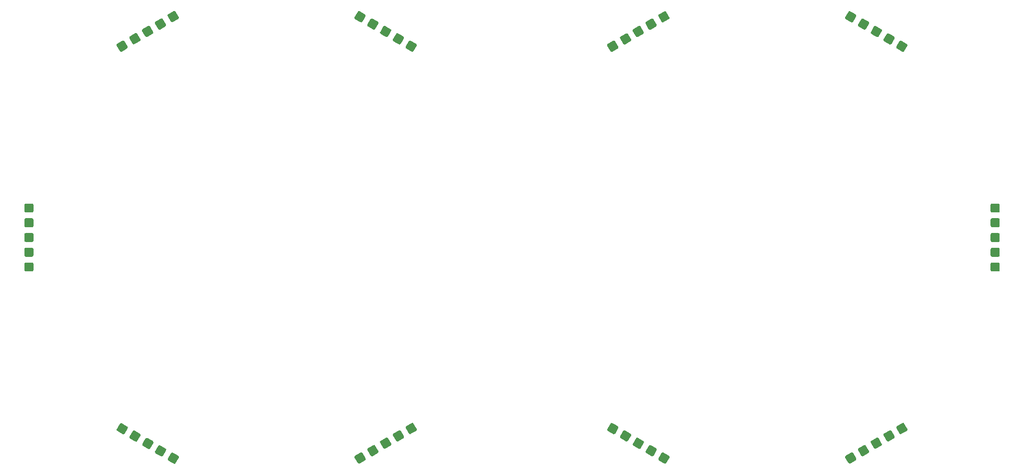
<source format=gbr>
%TF.GenerationSoftware,KiCad,Pcbnew,(5.1.9)-1*%
%TF.CreationDate,2021-06-09T00:59:49-05:00*%
%TF.ProjectId,neopixel_hexigons,6e656f70-6978-4656-9c5f-68657869676f,rev?*%
%TF.SameCoordinates,Original*%
%TF.FileFunction,Soldermask,Bot*%
%TF.FilePolarity,Negative*%
%FSLAX46Y46*%
G04 Gerber Fmt 4.6, Leading zero omitted, Abs format (unit mm)*
G04 Created by KiCad (PCBNEW (5.1.9)-1) date 2021-06-09 00:59:49*
%MOMM*%
%LPD*%
G01*
G04 APERTURE LIST*
G04 APERTURE END LIST*
%TO.C,HP19*%
G36*
G01*
X88872207Y-136622138D02*
X88322207Y-137574766D01*
G75*
G02*
X87980701Y-137666272I-216506J125000D01*
G01*
X87028073Y-137116272D01*
G75*
G02*
X86936567Y-136774766I125000J216506D01*
G01*
X87486567Y-135822138D01*
G75*
G02*
X87828073Y-135730632I216506J-125000D01*
G01*
X88780701Y-136280632D01*
G75*
G02*
X88872207Y-136622138I-125000J-216506D01*
G01*
G37*
%TD*%
%TO.C,HG19*%
G36*
G01*
X86617510Y-135320388D02*
X86067510Y-136273016D01*
G75*
G02*
X85726004Y-136364522I-216506J125000D01*
G01*
X84773376Y-135814522D01*
G75*
G02*
X84681870Y-135473016I125000J216506D01*
G01*
X85231870Y-134520388D01*
G75*
G02*
X85573376Y-134428882I216506J-125000D01*
G01*
X86526004Y-134978882D01*
G75*
G02*
X86617510Y-135320388I-125000J-216506D01*
G01*
G37*
%TD*%
%TO.C,HG20*%
G36*
G01*
X82108116Y-132716889D02*
X81558116Y-133669517D01*
G75*
G02*
X81216610Y-133761023I-216506J125000D01*
G01*
X80263982Y-133211023D01*
G75*
G02*
X80172476Y-132869517I125000J216506D01*
G01*
X80722476Y-131916889D01*
G75*
G02*
X81063982Y-131825383I216506J-125000D01*
G01*
X82016610Y-132375383D01*
G75*
G02*
X82108116Y-132716889I-125000J-216506D01*
G01*
G37*
%TD*%
%TO.C,HP20*%
G36*
G01*
X79853418Y-131415139D02*
X79303418Y-132367767D01*
G75*
G02*
X78961912Y-132459273I-216506J125000D01*
G01*
X78009284Y-131909273D01*
G75*
G02*
X77917778Y-131567767I125000J216506D01*
G01*
X78467778Y-130615139D01*
G75*
G02*
X78809284Y-130523633I216506J-125000D01*
G01*
X79761912Y-131073633D01*
G75*
G02*
X79853418Y-131415139I-125000J-216506D01*
G01*
G37*
%TD*%
%TO.C,HG17*%
G36*
G01*
X128056578Y-131877117D02*
X128606578Y-132829745D01*
G75*
G02*
X128515072Y-133171251I-216506J-125000D01*
G01*
X127562444Y-133721251D01*
G75*
G02*
X127220938Y-133629745I-125000J216506D01*
G01*
X126670938Y-132677117D01*
G75*
G02*
X126762444Y-132335611I216506J125000D01*
G01*
X127715072Y-131785611D01*
G75*
G02*
X128056578Y-131877117I125000J-216506D01*
G01*
G37*
%TD*%
%TO.C,HG18*%
G36*
G01*
X123547184Y-134480618D02*
X124097184Y-135433246D01*
G75*
G02*
X124005678Y-135774752I-216506J-125000D01*
G01*
X123053050Y-136324752D01*
G75*
G02*
X122711544Y-136233246I-125000J216506D01*
G01*
X122161544Y-135280618D01*
G75*
G02*
X122253050Y-134939112I216506J125000D01*
G01*
X123205678Y-134389112D01*
G75*
G02*
X123547184Y-134480618I125000J-216506D01*
G01*
G37*
%TD*%
%TO.C,HS10*%
G36*
G01*
X84362813Y-134018639D02*
X83812813Y-134971267D01*
G75*
G02*
X83471307Y-135062773I-216506J125000D01*
G01*
X82518679Y-134512773D01*
G75*
G02*
X82427173Y-134171267I125000J216506D01*
G01*
X82977173Y-133218639D01*
G75*
G02*
X83318679Y-133127133I216506J-125000D01*
G01*
X84271307Y-133677133D01*
G75*
G02*
X84362813Y-134018639I-125000J-216506D01*
G01*
G37*
%TD*%
%TO.C,HP17*%
G36*
G01*
X130311275Y-130575366D02*
X130861275Y-131527994D01*
G75*
G02*
X130769769Y-131869500I-216506J-125000D01*
G01*
X129817141Y-132419500D01*
G75*
G02*
X129475635Y-132327994I-125000J216506D01*
G01*
X128925635Y-131375366D01*
G75*
G02*
X129017141Y-131033860I216506J125000D01*
G01*
X129969769Y-130483860D01*
G75*
G02*
X130311275Y-130575366I125000J-216506D01*
G01*
G37*
%TD*%
%TO.C,HP18*%
G36*
G01*
X121292487Y-135782368D02*
X121842487Y-136734996D01*
G75*
G02*
X121750981Y-137076502I-216506J-125000D01*
G01*
X120798353Y-137626502D01*
G75*
G02*
X120456847Y-137534996I-125000J216506D01*
G01*
X119906847Y-136582368D01*
G75*
G02*
X119998353Y-136240862I216506J125000D01*
G01*
X120950981Y-135690862D01*
G75*
G02*
X121292487Y-135782368I125000J-216506D01*
G01*
G37*
%TD*%
%TO.C,HS9*%
G36*
G01*
X125801881Y-133178868D02*
X126351881Y-134131496D01*
G75*
G02*
X126260375Y-134473002I-216506J-125000D01*
G01*
X125307747Y-135023002D01*
G75*
G02*
X124966241Y-134931496I-125000J216506D01*
G01*
X124416241Y-133978868D01*
G75*
G02*
X124507747Y-133637362I216506J125000D01*
G01*
X125460375Y-133087362D01*
G75*
G02*
X125801881Y-133178868I125000J-216506D01*
G01*
G37*
%TD*%
%TO.C,HG15*%
G36*
G01*
X173212284Y-135295233D02*
X172662284Y-136247861D01*
G75*
G02*
X172320778Y-136339367I-216506J125000D01*
G01*
X171368150Y-135789367D01*
G75*
G02*
X171276644Y-135447861I125000J216506D01*
G01*
X171826644Y-134495233D01*
G75*
G02*
X172168150Y-134403727I216506J-125000D01*
G01*
X173120778Y-134953727D01*
G75*
G02*
X173212284Y-135295233I-125000J-216506D01*
G01*
G37*
%TD*%
%TO.C,HG16*%
G36*
G01*
X168702889Y-132691733D02*
X168152889Y-133644361D01*
G75*
G02*
X167811383Y-133735867I-216506J125000D01*
G01*
X166858755Y-133185867D01*
G75*
G02*
X166767249Y-132844361I125000J216506D01*
G01*
X167317249Y-131891733D01*
G75*
G02*
X167658755Y-131800227I216506J-125000D01*
G01*
X168611383Y-132350227D01*
G75*
G02*
X168702889Y-132691733I-125000J-216506D01*
G01*
G37*
%TD*%
%TO.C,HP15*%
G36*
G01*
X175466980Y-136596982D02*
X174916980Y-137549610D01*
G75*
G02*
X174575474Y-137641116I-216506J125000D01*
G01*
X173622846Y-137091116D01*
G75*
G02*
X173531340Y-136749610I125000J216506D01*
G01*
X174081340Y-135796982D01*
G75*
G02*
X174422846Y-135705476I216506J-125000D01*
G01*
X175375474Y-136255476D01*
G75*
G02*
X175466980Y-136596982I-125000J-216506D01*
G01*
G37*
%TD*%
%TO.C,HP16*%
G36*
G01*
X166448192Y-131389983D02*
X165898192Y-132342611D01*
G75*
G02*
X165556686Y-132434117I-216506J125000D01*
G01*
X164604058Y-131884117D01*
G75*
G02*
X164512552Y-131542611I125000J216506D01*
G01*
X165062552Y-130589983D01*
G75*
G02*
X165404058Y-130498477I216506J-125000D01*
G01*
X166356686Y-131048477D01*
G75*
G02*
X166448192Y-131389983I-125000J-216506D01*
G01*
G37*
%TD*%
%TO.C,HS8*%
G36*
G01*
X170957586Y-133993483D02*
X170407586Y-134946111D01*
G75*
G02*
X170066080Y-135037617I-216506J125000D01*
G01*
X169113452Y-134487617D01*
G75*
G02*
X169021946Y-134146111I125000J216506D01*
G01*
X169571946Y-133193483D01*
G75*
G02*
X169913452Y-133101977I216506J-125000D01*
G01*
X170866080Y-133651977D01*
G75*
G02*
X170957586Y-133993483I-125000J-216506D01*
G01*
G37*
%TD*%
%TO.C,HG13*%
G36*
G01*
X214661743Y-131879056D02*
X215211743Y-132831684D01*
G75*
G02*
X215120237Y-133173190I-216506J-125000D01*
G01*
X214167609Y-133723190D01*
G75*
G02*
X213826103Y-133631684I-125000J216506D01*
G01*
X213276103Y-132679056D01*
G75*
G02*
X213367609Y-132337550I216506J125000D01*
G01*
X214320237Y-131787550D01*
G75*
G02*
X214661743Y-131879056I125000J-216506D01*
G01*
G37*
%TD*%
%TO.C,HP13*%
G36*
G01*
X216916440Y-130577306D02*
X217466440Y-131529934D01*
G75*
G02*
X217374934Y-131871440I-216506J-125000D01*
G01*
X216422306Y-132421440D01*
G75*
G02*
X216080800Y-132329934I-125000J216506D01*
G01*
X215530800Y-131377306D01*
G75*
G02*
X215622306Y-131035800I216506J125000D01*
G01*
X216574934Y-130485800D01*
G75*
G02*
X216916440Y-130577306I125000J-216506D01*
G01*
G37*
%TD*%
%TO.C,HG14*%
G36*
G01*
X210152350Y-134482556D02*
X210702350Y-135435184D01*
G75*
G02*
X210610844Y-135776690I-216506J-125000D01*
G01*
X209658216Y-136326690D01*
G75*
G02*
X209316710Y-136235184I-125000J216506D01*
G01*
X208766710Y-135282556D01*
G75*
G02*
X208858216Y-134941050I216506J125000D01*
G01*
X209810844Y-134391050D01*
G75*
G02*
X210152350Y-134482556I125000J-216506D01*
G01*
G37*
%TD*%
%TO.C,HP14*%
G36*
G01*
X207897652Y-135784307D02*
X208447652Y-136736935D01*
G75*
G02*
X208356146Y-137078441I-216506J-125000D01*
G01*
X207403518Y-137628441D01*
G75*
G02*
X207062012Y-137536935I-125000J216506D01*
G01*
X206512012Y-136584307D01*
G75*
G02*
X206603518Y-136242801I216506J125000D01*
G01*
X207556146Y-135692801D01*
G75*
G02*
X207897652Y-135784307I125000J-216506D01*
G01*
G37*
%TD*%
%TO.C,HS7*%
G36*
G01*
X212407047Y-133180807D02*
X212957047Y-134133435D01*
G75*
G02*
X212865541Y-134474941I-216506J-125000D01*
G01*
X211912913Y-135024941D01*
G75*
G02*
X211571407Y-134933435I-125000J216506D01*
G01*
X211021407Y-133980807D01*
G75*
G02*
X211112913Y-133639301I216506J125000D01*
G01*
X212065541Y-133089301D01*
G75*
G02*
X212407047Y-133180807I125000J-216506D01*
G01*
G37*
%TD*%
%TO.C,HS4*%
G36*
G01*
X169558981Y-62205657D02*
X169008981Y-61253029D01*
G75*
G02*
X169100487Y-60911523I216506J125000D01*
G01*
X170053115Y-60361523D01*
G75*
G02*
X170394621Y-60453029I125000J-216506D01*
G01*
X170944621Y-61405657D01*
G75*
G02*
X170853115Y-61747163I-216506J-125000D01*
G01*
X169900487Y-62297163D01*
G75*
G02*
X169558981Y-62205657I-125000J216506D01*
G01*
G37*
%TD*%
%TO.C,HP7*%
G36*
G01*
X165049586Y-64809157D02*
X164499586Y-63856529D01*
G75*
G02*
X164591092Y-63515023I216506J125000D01*
G01*
X165543720Y-62965023D01*
G75*
G02*
X165885226Y-63056529I125000J-216506D01*
G01*
X166435226Y-64009157D01*
G75*
G02*
X166343720Y-64350663I-216506J-125000D01*
G01*
X165391092Y-64900663D01*
G75*
G02*
X165049586Y-64809157I-125000J216506D01*
G01*
G37*
%TD*%
%TO.C,HG7*%
G36*
G01*
X167304283Y-63507407D02*
X166754283Y-62554779D01*
G75*
G02*
X166845789Y-62213273I216506J125000D01*
G01*
X167798417Y-61663273D01*
G75*
G02*
X168139923Y-61754779I125000J-216506D01*
G01*
X168689923Y-62707407D01*
G75*
G02*
X168598417Y-63048913I-216506J-125000D01*
G01*
X167645789Y-63598913D01*
G75*
G02*
X167304283Y-63507407I-125000J216506D01*
G01*
G37*
%TD*%
%TO.C,HP8*%
G36*
G01*
X174068375Y-59602157D02*
X173518375Y-58649529D01*
G75*
G02*
X173609881Y-58308023I216506J125000D01*
G01*
X174562509Y-57758023D01*
G75*
G02*
X174904015Y-57849529I125000J-216506D01*
G01*
X175454015Y-58802157D01*
G75*
G02*
X175362509Y-59143663I-216506J-125000D01*
G01*
X174409881Y-59693663D01*
G75*
G02*
X174068375Y-59602157I-125000J216506D01*
G01*
G37*
%TD*%
%TO.C,HG8*%
G36*
G01*
X171813678Y-60903907D02*
X171263678Y-59951279D01*
G75*
G02*
X171355184Y-59609773I216506J125000D01*
G01*
X172307812Y-59059773D01*
G75*
G02*
X172649318Y-59151279I125000J-216506D01*
G01*
X173199318Y-60103907D01*
G75*
G02*
X173107812Y-60445413I-216506J-125000D01*
G01*
X172155184Y-60995413D01*
G75*
G02*
X171813678Y-60903907I-125000J216506D01*
G01*
G37*
%TD*%
%TO.C,HS6*%
G36*
G01*
X232426348Y-96916646D02*
X233526348Y-96916646D01*
G75*
G02*
X233776348Y-97166646I0J-250000D01*
G01*
X233776348Y-98266646D01*
G75*
G02*
X233526348Y-98516646I-250000J0D01*
G01*
X232426348Y-98516646D01*
G75*
G02*
X232176348Y-98266646I0J250000D01*
G01*
X232176348Y-97166646D01*
G75*
G02*
X232426348Y-96916646I250000J0D01*
G01*
G37*
%TD*%
%TO.C,HS5*%
G36*
G01*
X211030174Y-61407432D02*
X211580174Y-60454804D01*
G75*
G02*
X211921680Y-60363298I216506J-125000D01*
G01*
X212874308Y-60913298D01*
G75*
G02*
X212965814Y-61254804I-125000J-216506D01*
G01*
X212415814Y-62207432D01*
G75*
G02*
X212074308Y-62298938I-216506J125000D01*
G01*
X211121680Y-61748938D01*
G75*
G02*
X211030174Y-61407432I125000J216506D01*
G01*
G37*
%TD*%
%TO.C,HS3*%
G36*
G01*
X124409962Y-61398112D02*
X124959962Y-60445484D01*
G75*
G02*
X125301468Y-60353978I216506J-125000D01*
G01*
X126254096Y-60903978D01*
G75*
G02*
X126345602Y-61245484I-125000J-216506D01*
G01*
X125795602Y-62198112D01*
G75*
G02*
X125454096Y-62289618I-216506J125000D01*
G01*
X124501468Y-61739618D01*
G75*
G02*
X124409962Y-61398112I125000J216506D01*
G01*
G37*
%TD*%
%TO.C,HS2*%
G36*
G01*
X82946646Y-62185412D02*
X82396646Y-61232784D01*
G75*
G02*
X82488152Y-60891278I216506J125000D01*
G01*
X83440780Y-60341278D01*
G75*
G02*
X83782286Y-60432784I125000J-216506D01*
G01*
X84332286Y-61385412D01*
G75*
G02*
X84240780Y-61726918I-216506J-125000D01*
G01*
X83288152Y-62276918D01*
G75*
G02*
X82946646Y-62185412I-125000J216506D01*
G01*
G37*
%TD*%
%TO.C,HP12*%
G36*
G01*
X232426348Y-102123646D02*
X233526348Y-102123646D01*
G75*
G02*
X233776348Y-102373646I0J-250000D01*
G01*
X233776348Y-103473646D01*
G75*
G02*
X233526348Y-103723646I-250000J0D01*
G01*
X232426348Y-103723646D01*
G75*
G02*
X232176348Y-103473646I0J250000D01*
G01*
X232176348Y-102373646D01*
G75*
G02*
X232426348Y-102123646I250000J0D01*
G01*
G37*
%TD*%
%TO.C,HG12*%
G36*
G01*
X232426348Y-99520146D02*
X233526348Y-99520146D01*
G75*
G02*
X233776348Y-99770146I0J-250000D01*
G01*
X233776348Y-100870146D01*
G75*
G02*
X233526348Y-101120146I-250000J0D01*
G01*
X232426348Y-101120146D01*
G75*
G02*
X232176348Y-100870146I0J250000D01*
G01*
X232176348Y-99770146D01*
G75*
G02*
X232426348Y-99520146I250000J0D01*
G01*
G37*
%TD*%
%TO.C,HP11*%
G36*
G01*
X232426347Y-91709647D02*
X233526347Y-91709647D01*
G75*
G02*
X233776347Y-91959647I0J-250000D01*
G01*
X233776347Y-93059647D01*
G75*
G02*
X233526347Y-93309647I-250000J0D01*
G01*
X232426347Y-93309647D01*
G75*
G02*
X232176347Y-93059647I0J250000D01*
G01*
X232176347Y-91959647D01*
G75*
G02*
X232426347Y-91709647I250000J0D01*
G01*
G37*
%TD*%
%TO.C,HG11*%
G36*
G01*
X232426347Y-94313146D02*
X233526347Y-94313146D01*
G75*
G02*
X233776347Y-94563146I0J-250000D01*
G01*
X233776347Y-95663146D01*
G75*
G02*
X233526347Y-95913146I-250000J0D01*
G01*
X232426347Y-95913146D01*
G75*
G02*
X232176347Y-95663146I0J250000D01*
G01*
X232176347Y-94563146D01*
G75*
G02*
X232426347Y-94313146I250000J0D01*
G01*
G37*
%TD*%
%TO.C,HP10*%
G36*
G01*
X215539569Y-64010932D02*
X216089569Y-63058304D01*
G75*
G02*
X216431075Y-62966798I216506J-125000D01*
G01*
X217383703Y-63516798D01*
G75*
G02*
X217475209Y-63858304I-125000J-216506D01*
G01*
X216925209Y-64810932D01*
G75*
G02*
X216583703Y-64902438I-216506J125000D01*
G01*
X215631075Y-64352438D01*
G75*
G02*
X215539569Y-64010932I125000J216506D01*
G01*
G37*
%TD*%
%TO.C,HG10*%
G36*
G01*
X213284871Y-62709182D02*
X213834871Y-61756554D01*
G75*
G02*
X214176377Y-61665048I216506J-125000D01*
G01*
X215129005Y-62215048D01*
G75*
G02*
X215220511Y-62556554I-125000J-216506D01*
G01*
X214670511Y-63509182D01*
G75*
G02*
X214329005Y-63600688I-216506J125000D01*
G01*
X213376377Y-63050688D01*
G75*
G02*
X213284871Y-62709182I125000J216506D01*
G01*
G37*
%TD*%
%TO.C,HP9*%
G36*
G01*
X206520780Y-58803932D02*
X207070780Y-57851304D01*
G75*
G02*
X207412286Y-57759798I216506J-125000D01*
G01*
X208364914Y-58309798D01*
G75*
G02*
X208456420Y-58651304I-125000J-216506D01*
G01*
X207906420Y-59603932D01*
G75*
G02*
X207564914Y-59695438I-216506J125000D01*
G01*
X206612286Y-59145438D01*
G75*
G02*
X206520780Y-58803932I125000J216506D01*
G01*
G37*
%TD*%
%TO.C,HG9*%
G36*
G01*
X208775477Y-60105682D02*
X209325477Y-59153054D01*
G75*
G02*
X209666983Y-59061548I216506J-125000D01*
G01*
X210619611Y-59611548D01*
G75*
G02*
X210711117Y-59953054I-125000J-216506D01*
G01*
X210161117Y-60905682D01*
G75*
G02*
X209819611Y-60997188I-216506J125000D01*
G01*
X208866983Y-60447188D01*
G75*
G02*
X208775477Y-60105682I125000J216506D01*
G01*
G37*
%TD*%
%TO.C,HP6*%
G36*
G01*
X128919356Y-64001612D02*
X129469356Y-63048984D01*
G75*
G02*
X129810862Y-62957478I216506J-125000D01*
G01*
X130763490Y-63507478D01*
G75*
G02*
X130854996Y-63848984I-125000J-216506D01*
G01*
X130304996Y-64801612D01*
G75*
G02*
X129963490Y-64893118I-216506J125000D01*
G01*
X129010862Y-64343118D01*
G75*
G02*
X128919356Y-64001612I125000J216506D01*
G01*
G37*
%TD*%
%TO.C,HG6*%
G36*
G01*
X126664659Y-62699862D02*
X127214659Y-61747234D01*
G75*
G02*
X127556165Y-61655728I216506J-125000D01*
G01*
X128508793Y-62205728D01*
G75*
G02*
X128600299Y-62547234I-125000J-216506D01*
G01*
X128050299Y-63499862D01*
G75*
G02*
X127708793Y-63591368I-216506J125000D01*
G01*
X126756165Y-63041368D01*
G75*
G02*
X126664659Y-62699862I125000J216506D01*
G01*
G37*
%TD*%
%TO.C,HP5*%
G36*
G01*
X119900568Y-58794612D02*
X120450568Y-57841984D01*
G75*
G02*
X120792074Y-57750478I216506J-125000D01*
G01*
X121744702Y-58300478D01*
G75*
G02*
X121836208Y-58641984I-125000J-216506D01*
G01*
X121286208Y-59594612D01*
G75*
G02*
X120944702Y-59686118I-216506J125000D01*
G01*
X119992074Y-59136118D01*
G75*
G02*
X119900568Y-58794612I125000J216506D01*
G01*
G37*
%TD*%
%TO.C,HG5*%
G36*
G01*
X122155265Y-60096362D02*
X122705265Y-59143734D01*
G75*
G02*
X123046771Y-59052228I216506J-125000D01*
G01*
X123999399Y-59602228D01*
G75*
G02*
X124090905Y-59943734I-125000J-216506D01*
G01*
X123540905Y-60896362D01*
G75*
G02*
X123199399Y-60987868I-216506J125000D01*
G01*
X122246771Y-60437868D01*
G75*
G02*
X122155265Y-60096362I125000J216506D01*
G01*
G37*
%TD*%
%TO.C,HP4*%
G36*
G01*
X87456040Y-59581912D02*
X86906040Y-58629284D01*
G75*
G02*
X86997546Y-58287778I216506J125000D01*
G01*
X87950174Y-57737778D01*
G75*
G02*
X88291680Y-57829284I125000J-216506D01*
G01*
X88841680Y-58781912D01*
G75*
G02*
X88750174Y-59123418I-216506J-125000D01*
G01*
X87797546Y-59673418D01*
G75*
G02*
X87456040Y-59581912I-125000J216506D01*
G01*
G37*
%TD*%
%TO.C,HG4*%
G36*
G01*
X85201343Y-60883662D02*
X84651343Y-59931034D01*
G75*
G02*
X84742849Y-59589528I216506J125000D01*
G01*
X85695477Y-59039528D01*
G75*
G02*
X86036983Y-59131034I125000J-216506D01*
G01*
X86586983Y-60083662D01*
G75*
G02*
X86495477Y-60425168I-216506J-125000D01*
G01*
X85542849Y-60975168D01*
G75*
G02*
X85201343Y-60883662I-125000J216506D01*
G01*
G37*
%TD*%
%TO.C,HP3*%
G36*
G01*
X78437252Y-64788912D02*
X77887252Y-63836284D01*
G75*
G02*
X77978758Y-63494778I216506J125000D01*
G01*
X78931386Y-62944778D01*
G75*
G02*
X79272892Y-63036284I125000J-216506D01*
G01*
X79822892Y-63988912D01*
G75*
G02*
X79731386Y-64330418I-216506J-125000D01*
G01*
X78778758Y-64880418D01*
G75*
G02*
X78437252Y-64788912I-125000J216506D01*
G01*
G37*
%TD*%
%TO.C,HG3*%
G36*
G01*
X80691949Y-63487162D02*
X80141949Y-62534534D01*
G75*
G02*
X80233455Y-62193028I216506J125000D01*
G01*
X81186083Y-61643028D01*
G75*
G02*
X81527589Y-61734534I125000J-216506D01*
G01*
X82077589Y-62687162D01*
G75*
G02*
X81986083Y-63028668I-216506J-125000D01*
G01*
X81033455Y-63578668D01*
G75*
G02*
X80691949Y-63487162I-125000J216506D01*
G01*
G37*
%TD*%
%TO.C,HP2*%
G36*
G01*
X62957800Y-93306800D02*
X61857800Y-93306800D01*
G75*
G02*
X61607800Y-93056800I0J250000D01*
G01*
X61607800Y-91956800D01*
G75*
G02*
X61857800Y-91706800I250000J0D01*
G01*
X62957800Y-91706800D01*
G75*
G02*
X63207800Y-91956800I0J-250000D01*
G01*
X63207800Y-93056800D01*
G75*
G02*
X62957800Y-93306800I-250000J0D01*
G01*
G37*
%TD*%
%TO.C,HG2*%
G36*
G01*
X62957800Y-95910300D02*
X61857800Y-95910300D01*
G75*
G02*
X61607800Y-95660300I0J250000D01*
G01*
X61607800Y-94560300D01*
G75*
G02*
X61857800Y-94310300I250000J0D01*
G01*
X62957800Y-94310300D01*
G75*
G02*
X63207800Y-94560300I0J-250000D01*
G01*
X63207800Y-95660300D01*
G75*
G02*
X62957800Y-95910300I-250000J0D01*
G01*
G37*
%TD*%
%TO.C,HG1*%
G36*
G01*
X62957800Y-101117300D02*
X61857800Y-101117300D01*
G75*
G02*
X61607800Y-100867300I0J250000D01*
G01*
X61607800Y-99767300D01*
G75*
G02*
X61857800Y-99517300I250000J0D01*
G01*
X62957800Y-99517300D01*
G75*
G02*
X63207800Y-99767300I0J-250000D01*
G01*
X63207800Y-100867300D01*
G75*
G02*
X62957800Y-101117300I-250000J0D01*
G01*
G37*
%TD*%
%TO.C,HS1*%
G36*
G01*
X62957800Y-98513800D02*
X61857800Y-98513800D01*
G75*
G02*
X61607800Y-98263800I0J250000D01*
G01*
X61607800Y-97163800D01*
G75*
G02*
X61857800Y-96913800I250000J0D01*
G01*
X62957800Y-96913800D01*
G75*
G02*
X63207800Y-97163800I0J-250000D01*
G01*
X63207800Y-98263800D01*
G75*
G02*
X62957800Y-98513800I-250000J0D01*
G01*
G37*
%TD*%
%TO.C,HP1*%
G36*
G01*
X62957800Y-103720800D02*
X61857800Y-103720800D01*
G75*
G02*
X61607800Y-103470800I0J250000D01*
G01*
X61607800Y-102370800D01*
G75*
G02*
X61857800Y-102120800I250000J0D01*
G01*
X62957800Y-102120800D01*
G75*
G02*
X63207800Y-102370800I0J-250000D01*
G01*
X63207800Y-103470800D01*
G75*
G02*
X62957800Y-103720800I-250000J0D01*
G01*
G37*
%TD*%
M02*

</source>
